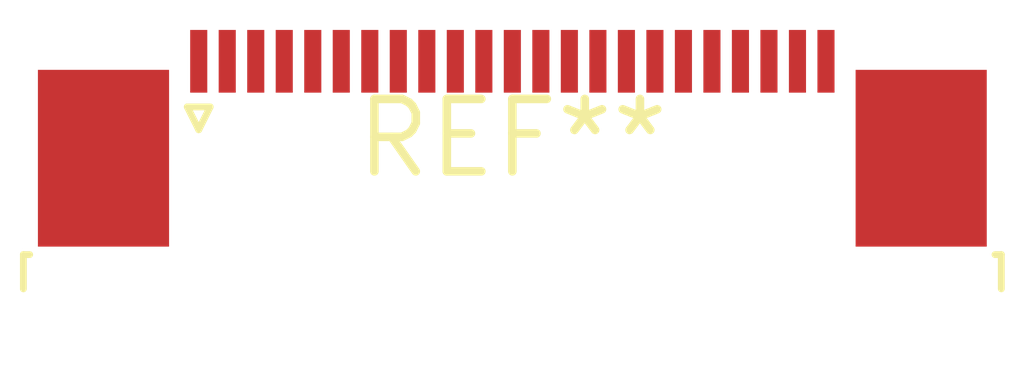
<source format=kicad_pcb>
(kicad_pcb (version 20240108) (generator pcbnew)
  (layers (0 "F.Cu" signal) (31 "B.Cu" signal) (34 "B.Paste" user) (35 "F.Paste" user) (36 "B.SilkS" user "B.Silkscreen") (37 "F.SilkS" user "F.Silkscreen") (38 "B.Mask" user) (39 "F.Mask" user) (44 "Edge.Cuts" user))
  (net 0 "")
  (footprint "TE_2-1734839-3_1x23-1MP_P0.5mm_Horizontal" (layer "F.Cu") (at 0 0)
    (property "Reference" "REF**")
    (property "Value" "PCB Edge")
    (fp_line (start -8.575 2.04) (end -8.575 2.64) (layer "F.SilkS") (stroke (width 0.12)))
    (fp_line (start -8.465 2.04) (end -8.575 2.04) (layer "F.SilkS") (stroke (width 0.12)))
    (fp_line (start -5.7 -0.55) (end -5.5 -0.15) (layer "F.SilkS") (stroke (width 0.12)))
    (fp_line (start -5.5 -0.15) (end -5.3 -0.55) (layer "F.SilkS") (stroke (width 0.12)))
    (fp_line (start -5.3 -0.55) (end -5.7 -0.55) (layer "F.SilkS") (stroke (width 0.12)))
    (fp_line (start 8.465 2.04) (end 8.575 2.04) (layer "F.SilkS") (stroke (width 0.12)))
    (fp_line (start 8.575 2.04) (end 8.575 2.64) (layer "F.SilkS") (stroke (width 0.12)))
    (pad "1" smd rect (at -5.5 -1.35) (size 0.3 1.1) (layers "F.Cu" "F.Paste" "F.Mask"))
    (pad "2" smd rect (at -5 -1.35) (size 0.3 1.1) (layers "F.Cu" "F.Paste" "F.Mask"))
    (pad "3" smd rect (at -4.5 -1.35) (size 0.3 1.1) (layers "F.Cu" "F.Paste" "F.Mask"))
    (pad "4" smd rect (at -4 -1.35) (size 0.3 1.1) (layers "F.Cu" "F.Paste" "F.Mask"))
    (pad "5" smd rect (at -3.5 -1.35) (size 0.3 1.1) (layers "F.Cu" "F.Paste" "F.Mask"))
    (pad "6" smd rect (at -3 -1.35) (size 0.3 1.1) (layers "F.Cu" "F.Paste" "F.Mask"))
    (pad "7" smd rect (at -2.5 -1.35) (size 0.3 1.1) (layers "F.Cu" "F.Paste" "F.Mask"))
    (pad "8" smd rect (at -2 -1.35) (size 0.3 1.1) (layers "F.Cu" "F.Paste" "F.Mask"))
    (pad "9" smd rect (at -1.5 -1.35) (size 0.3 1.1) (layers "F.Cu" "F.Paste" "F.Mask"))
    (pad "10" smd rect (at -1 -1.35) (size 0.3 1.1) (layers "F.Cu" "F.Paste" "F.Mask"))
    (pad "11" smd rect (at -0.5 -1.35) (size 0.3 1.1) (layers "F.Cu" "F.Paste" "F.Mask"))
    (pad "12" smd rect (at 0 -1.35) (size 0.3 1.1) (layers "F.Cu" "F.Paste" "F.Mask"))
    (pad "13" smd rect (at 0.5 -1.35) (size 0.3 1.1) (layers "F.Cu" "F.Paste" "F.Mask"))
    (pad "14" smd rect (at 1 -1.35) (size 0.3 1.1) (layers "F.Cu" "F.Paste" "F.Mask"))
    (pad "15" smd rect (at 1.5 -1.35) (size 0.3 1.1) (layers "F.Cu" "F.Paste" "F.Mask"))
    (pad "16" smd rect (at 2 -1.35) (size 0.3 1.1) (layers "F.Cu" "F.Paste" "F.Mask"))
    (pad "17" smd rect (at 2.5 -1.35) (size 0.3 1.1) (layers "F.Cu" "F.Paste" "F.Mask"))
    (pad "18" smd rect (at 3 -1.35) (size 0.3 1.1) (layers "F.Cu" "F.Paste" "F.Mask"))
    (pad "19" smd rect (at 3.5 -1.35) (size 0.3 1.1) (layers "F.Cu" "F.Paste" "F.Mask"))
    (pad "20" smd rect (at 4 -1.35) (size 0.3 1.1) (layers "F.Cu" "F.Paste" "F.Mask"))
    (pad "21" smd rect (at 4.5 -1.35) (size 0.3 1.1) (layers "F.Cu" "F.Paste" "F.Mask"))
    (pad "22" smd rect (at 5 -1.35) (size 0.3 1.1) (layers "F.Cu" "F.Paste" "F.Mask"))
    (pad "23" smd rect (at 5.5 -1.35) (size 0.3 1.1) (layers "F.Cu" "F.Paste" "F.Mask"))
    (pad "MP" smd rect (at -7.17 0.35) (size 2.3 3.1) (layers "F.Cu" "F.Paste" "F.Mask"))
    (pad "MP" smd rect (at 7.17 0.35) (size 2.3 3.1) (layers "F.Cu" "F.Paste" "F.Mask"))
  )
)
</source>
